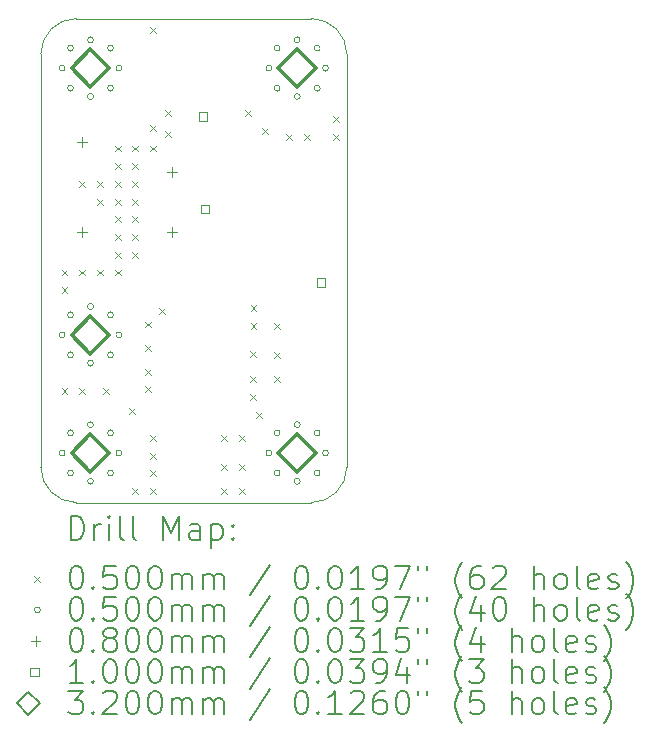
<source format=gbr>
%TF.GenerationSoftware,KiCad,Pcbnew,6.0.10*%
%TF.CreationDate,2023-01-08T03:38:05+01:00*%
%TF.ProjectId,ideal_diode,69646561-6c5f-4646-996f-64652e6b6963,rev?*%
%TF.SameCoordinates,Original*%
%TF.FileFunction,Drillmap*%
%TF.FilePolarity,Positive*%
%FSLAX45Y45*%
G04 Gerber Fmt 4.5, Leading zero omitted, Abs format (unit mm)*
G04 Created by KiCad (PCBNEW 6.0.10) date 2023-01-08 03:38:05*
%MOMM*%
%LPD*%
G01*
G04 APERTURE LIST*
%ADD10C,0.100000*%
%ADD11C,0.200000*%
%ADD12C,0.050000*%
%ADD13C,0.080000*%
%ADD14C,0.320000*%
G04 APERTURE END LIST*
D10*
X3790000Y-4997968D02*
X3790000Y-1500000D01*
X3790000Y-1500000D02*
G75*
G03*
X3490000Y-1200000I-299999J1D01*
G01*
X3490000Y-5297968D02*
G75*
G03*
X3790000Y-4997968I0J300000D01*
G01*
X1200000Y-4997968D02*
G75*
G03*
X1500000Y-5297968I299999J-1D01*
G01*
X1200000Y-1500000D02*
X1200000Y-4997968D01*
X1500000Y-1200000D02*
G75*
G03*
X1200000Y-1500000I0J-300000D01*
G01*
X3490000Y-1200000D02*
X1500000Y-1200000D01*
X1500000Y-5297968D02*
X3490000Y-5297968D01*
D11*
D12*
X1375000Y-3325000D02*
X1425000Y-3375000D01*
X1425000Y-3325000D02*
X1375000Y-3375000D01*
X1375000Y-3475000D02*
X1425000Y-3525000D01*
X1425000Y-3475000D02*
X1375000Y-3525000D01*
X1375000Y-4325000D02*
X1425000Y-4375000D01*
X1425000Y-4325000D02*
X1375000Y-4375000D01*
X1525000Y-2575000D02*
X1575000Y-2625000D01*
X1575000Y-2575000D02*
X1525000Y-2625000D01*
X1525000Y-3325000D02*
X1575000Y-3375000D01*
X1575000Y-3325000D02*
X1525000Y-3375000D01*
X1525000Y-4325000D02*
X1575000Y-4375000D01*
X1575000Y-4325000D02*
X1525000Y-4375000D01*
X1675000Y-2575000D02*
X1725000Y-2625000D01*
X1725000Y-2575000D02*
X1675000Y-2625000D01*
X1675000Y-2725000D02*
X1725000Y-2775000D01*
X1725000Y-2725000D02*
X1675000Y-2775000D01*
X1675000Y-3325000D02*
X1725000Y-3375000D01*
X1725000Y-3325000D02*
X1675000Y-3375000D01*
X1725000Y-4325000D02*
X1775000Y-4375000D01*
X1775000Y-4325000D02*
X1725000Y-4375000D01*
X1825000Y-2275000D02*
X1875000Y-2325000D01*
X1875000Y-2275000D02*
X1825000Y-2325000D01*
X1825000Y-2425000D02*
X1875000Y-2475000D01*
X1875000Y-2425000D02*
X1825000Y-2475000D01*
X1825000Y-2575000D02*
X1875000Y-2625000D01*
X1875000Y-2575000D02*
X1825000Y-2625000D01*
X1825000Y-2725000D02*
X1875000Y-2775000D01*
X1875000Y-2725000D02*
X1825000Y-2775000D01*
X1825000Y-2875000D02*
X1875000Y-2925000D01*
X1875000Y-2875000D02*
X1825000Y-2925000D01*
X1825000Y-3025000D02*
X1875000Y-3075000D01*
X1875000Y-3025000D02*
X1825000Y-3075000D01*
X1825000Y-3175000D02*
X1875000Y-3225000D01*
X1875000Y-3175000D02*
X1825000Y-3225000D01*
X1825000Y-3325000D02*
X1875000Y-3375000D01*
X1875000Y-3325000D02*
X1825000Y-3375000D01*
X1948977Y-4498977D02*
X1998977Y-4548977D01*
X1998977Y-4498977D02*
X1948977Y-4548977D01*
X1975000Y-2275000D02*
X2025000Y-2325000D01*
X2025000Y-2275000D02*
X1975000Y-2325000D01*
X1975000Y-2425000D02*
X2025000Y-2475000D01*
X2025000Y-2425000D02*
X1975000Y-2475000D01*
X1975000Y-2575000D02*
X2025000Y-2625000D01*
X2025000Y-2575000D02*
X1975000Y-2625000D01*
X1975000Y-2725000D02*
X2025000Y-2775000D01*
X2025000Y-2725000D02*
X1975000Y-2775000D01*
X1975000Y-2875000D02*
X2025000Y-2925000D01*
X2025000Y-2875000D02*
X1975000Y-2925000D01*
X1975000Y-3025000D02*
X2025000Y-3075000D01*
X2025000Y-3025000D02*
X1975000Y-3075000D01*
X1975000Y-3175000D02*
X2025000Y-3225000D01*
X2025000Y-3175000D02*
X1975000Y-3225000D01*
X1975000Y-5175000D02*
X2025000Y-5225000D01*
X2025000Y-5175000D02*
X1975000Y-5225000D01*
X2084977Y-3765023D02*
X2134977Y-3815023D01*
X2134977Y-3765023D02*
X2084977Y-3815023D01*
X2084977Y-3965023D02*
X2134977Y-4015023D01*
X2134977Y-3965023D02*
X2084977Y-4015023D01*
X2084977Y-4165023D02*
X2134977Y-4215023D01*
X2134977Y-4165023D02*
X2084977Y-4215023D01*
X2084977Y-4315023D02*
X2134977Y-4365023D01*
X2134977Y-4315023D02*
X2084977Y-4365023D01*
X2125000Y-1275000D02*
X2175000Y-1325000D01*
X2175000Y-1275000D02*
X2125000Y-1325000D01*
X2125000Y-2100000D02*
X2175000Y-2150000D01*
X2175000Y-2100000D02*
X2125000Y-2150000D01*
X2125000Y-2275000D02*
X2175000Y-2325000D01*
X2175000Y-2275000D02*
X2125000Y-2325000D01*
X2125000Y-4725000D02*
X2175000Y-4775000D01*
X2175000Y-4725000D02*
X2125000Y-4775000D01*
X2125000Y-4875000D02*
X2175000Y-4925000D01*
X2175000Y-4875000D02*
X2125000Y-4925000D01*
X2125000Y-5025000D02*
X2175000Y-5075000D01*
X2175000Y-5025000D02*
X2125000Y-5075000D01*
X2125000Y-5175000D02*
X2175000Y-5225000D01*
X2175000Y-5175000D02*
X2125000Y-5225000D01*
X2199792Y-3649792D02*
X2249792Y-3699792D01*
X2249792Y-3649792D02*
X2199792Y-3699792D01*
X2250000Y-1975000D02*
X2300000Y-2025000D01*
X2300000Y-1975000D02*
X2250000Y-2025000D01*
X2250000Y-2150000D02*
X2300000Y-2200000D01*
X2300000Y-2150000D02*
X2250000Y-2200000D01*
X2725000Y-4725000D02*
X2775000Y-4775000D01*
X2775000Y-4725000D02*
X2725000Y-4775000D01*
X2725000Y-4975000D02*
X2775000Y-5025000D01*
X2775000Y-4975000D02*
X2725000Y-5025000D01*
X2725000Y-5175000D02*
X2775000Y-5225000D01*
X2775000Y-5175000D02*
X2725000Y-5225000D01*
X2875000Y-4725000D02*
X2925000Y-4775000D01*
X2925000Y-4725000D02*
X2875000Y-4775000D01*
X2875000Y-4975000D02*
X2925000Y-5025000D01*
X2925000Y-4975000D02*
X2875000Y-5025000D01*
X2875000Y-5175000D02*
X2925000Y-5225000D01*
X2925000Y-5175000D02*
X2875000Y-5225000D01*
X2925000Y-1975000D02*
X2975000Y-2025000D01*
X2975000Y-1975000D02*
X2925000Y-2025000D01*
X2973727Y-4015477D02*
X3023727Y-4065477D01*
X3023727Y-4015477D02*
X2973727Y-4065477D01*
X2973727Y-4226273D02*
X3023727Y-4276273D01*
X3023727Y-4226273D02*
X2973727Y-4276273D01*
X2973727Y-4376273D02*
X3023727Y-4426273D01*
X3023727Y-4376273D02*
X2973727Y-4426273D01*
X2975000Y-3625000D02*
X3025000Y-3675000D01*
X3025000Y-3625000D02*
X2975000Y-3675000D01*
X2975000Y-3775000D02*
X3025000Y-3825000D01*
X3025000Y-3775000D02*
X2975000Y-3825000D01*
X3021000Y-4529000D02*
X3071000Y-4579000D01*
X3071000Y-4529000D02*
X3021000Y-4579000D01*
X3075000Y-2125000D02*
X3125000Y-2175000D01*
X3125000Y-2125000D02*
X3075000Y-2175000D01*
X3175000Y-3775000D02*
X3225000Y-3825000D01*
X3225000Y-3775000D02*
X3175000Y-3825000D01*
X3175000Y-4025000D02*
X3225000Y-4075000D01*
X3225000Y-4025000D02*
X3175000Y-4075000D01*
X3175000Y-4225000D02*
X3225000Y-4275000D01*
X3225000Y-4225000D02*
X3175000Y-4275000D01*
X3275000Y-2175000D02*
X3325000Y-2225000D01*
X3325000Y-2175000D02*
X3275000Y-2225000D01*
X3425000Y-2175000D02*
X3475000Y-2225000D01*
X3475000Y-2175000D02*
X3425000Y-2225000D01*
X3675000Y-2025000D02*
X3725000Y-2075000D01*
X3725000Y-2025000D02*
X3675000Y-2075000D01*
X3675000Y-2175000D02*
X3725000Y-2225000D01*
X3725000Y-2175000D02*
X3675000Y-2225000D01*
X1404977Y-1619977D02*
G75*
G03*
X1404977Y-1619977I-25000J0D01*
G01*
X1404977Y-3877977D02*
G75*
G03*
X1404977Y-3877977I-25000J0D01*
G01*
X1404977Y-4877977D02*
G75*
G03*
X1404977Y-4877977I-25000J0D01*
G01*
X1475271Y-1450271D02*
G75*
G03*
X1475271Y-1450271I-25000J0D01*
G01*
X1475271Y-1789683D02*
G75*
G03*
X1475271Y-1789683I-25000J0D01*
G01*
X1475271Y-3708271D02*
G75*
G03*
X1475271Y-3708271I-25000J0D01*
G01*
X1475271Y-4047683D02*
G75*
G03*
X1475271Y-4047683I-25000J0D01*
G01*
X1475271Y-4708271D02*
G75*
G03*
X1475271Y-4708271I-25000J0D01*
G01*
X1475271Y-5047683D02*
G75*
G03*
X1475271Y-5047683I-25000J0D01*
G01*
X1644977Y-1379977D02*
G75*
G03*
X1644977Y-1379977I-25000J0D01*
G01*
X1644977Y-1859977D02*
G75*
G03*
X1644977Y-1859977I-25000J0D01*
G01*
X1644977Y-3637977D02*
G75*
G03*
X1644977Y-3637977I-25000J0D01*
G01*
X1644977Y-4117977D02*
G75*
G03*
X1644977Y-4117977I-25000J0D01*
G01*
X1644977Y-4637977D02*
G75*
G03*
X1644977Y-4637977I-25000J0D01*
G01*
X1644977Y-5117977D02*
G75*
G03*
X1644977Y-5117977I-25000J0D01*
G01*
X1814683Y-1450271D02*
G75*
G03*
X1814683Y-1450271I-25000J0D01*
G01*
X1814683Y-1789683D02*
G75*
G03*
X1814683Y-1789683I-25000J0D01*
G01*
X1814683Y-3708271D02*
G75*
G03*
X1814683Y-3708271I-25000J0D01*
G01*
X1814683Y-4047683D02*
G75*
G03*
X1814683Y-4047683I-25000J0D01*
G01*
X1814683Y-4708271D02*
G75*
G03*
X1814683Y-4708271I-25000J0D01*
G01*
X1814683Y-5047683D02*
G75*
G03*
X1814683Y-5047683I-25000J0D01*
G01*
X1884977Y-1619977D02*
G75*
G03*
X1884977Y-1619977I-25000J0D01*
G01*
X1884977Y-3877977D02*
G75*
G03*
X1884977Y-3877977I-25000J0D01*
G01*
X1884977Y-4877977D02*
G75*
G03*
X1884977Y-4877977I-25000J0D01*
G01*
X3154977Y-1619977D02*
G75*
G03*
X3154977Y-1619977I-25000J0D01*
G01*
X3154977Y-4877977D02*
G75*
G03*
X3154977Y-4877977I-25000J0D01*
G01*
X3225271Y-1450271D02*
G75*
G03*
X3225271Y-1450271I-25000J0D01*
G01*
X3225271Y-1789683D02*
G75*
G03*
X3225271Y-1789683I-25000J0D01*
G01*
X3225271Y-4708271D02*
G75*
G03*
X3225271Y-4708271I-25000J0D01*
G01*
X3225271Y-5047683D02*
G75*
G03*
X3225271Y-5047683I-25000J0D01*
G01*
X3394977Y-1379977D02*
G75*
G03*
X3394977Y-1379977I-25000J0D01*
G01*
X3394977Y-1859977D02*
G75*
G03*
X3394977Y-1859977I-25000J0D01*
G01*
X3394977Y-4637977D02*
G75*
G03*
X3394977Y-4637977I-25000J0D01*
G01*
X3394977Y-5117977D02*
G75*
G03*
X3394977Y-5117977I-25000J0D01*
G01*
X3564683Y-1450271D02*
G75*
G03*
X3564683Y-1450271I-25000J0D01*
G01*
X3564683Y-1789683D02*
G75*
G03*
X3564683Y-1789683I-25000J0D01*
G01*
X3564683Y-4708271D02*
G75*
G03*
X3564683Y-4708271I-25000J0D01*
G01*
X3564683Y-5047683D02*
G75*
G03*
X3564683Y-5047683I-25000J0D01*
G01*
X3634977Y-1619977D02*
G75*
G03*
X3634977Y-1619977I-25000J0D01*
G01*
X3634977Y-4877977D02*
G75*
G03*
X3634977Y-4877977I-25000J0D01*
G01*
D13*
X1547977Y-2203977D02*
X1547977Y-2283977D01*
X1507977Y-2243977D02*
X1587977Y-2243977D01*
X1547977Y-2965977D02*
X1547977Y-3045977D01*
X1507977Y-3005977D02*
X1587977Y-3005977D01*
X2309977Y-2457977D02*
X2309977Y-2537977D01*
X2269977Y-2497977D02*
X2349977Y-2497977D01*
X2309977Y-2965977D02*
X2309977Y-3045977D01*
X2269977Y-3005977D02*
X2349977Y-3005977D01*
D10*
X2605356Y-2065356D02*
X2605356Y-1994644D01*
X2534644Y-1994644D01*
X2534644Y-2065356D01*
X2605356Y-2065356D01*
X2625333Y-2845356D02*
X2625333Y-2774644D01*
X2554621Y-2774644D01*
X2554621Y-2845356D01*
X2625333Y-2845356D01*
X3605333Y-3470833D02*
X3605333Y-3400121D01*
X3534621Y-3400121D01*
X3534621Y-3470833D01*
X3605333Y-3470833D01*
D14*
X1619977Y-1779977D02*
X1779977Y-1619977D01*
X1619977Y-1459977D01*
X1459977Y-1619977D01*
X1619977Y-1779977D01*
X1619977Y-4037977D02*
X1779977Y-3877977D01*
X1619977Y-3717977D01*
X1459977Y-3877977D01*
X1619977Y-4037977D01*
X1619977Y-5037977D02*
X1779977Y-4877977D01*
X1619977Y-4717977D01*
X1459977Y-4877977D01*
X1619977Y-5037977D01*
X3369977Y-1779977D02*
X3529977Y-1619977D01*
X3369977Y-1459977D01*
X3209977Y-1619977D01*
X3369977Y-1779977D01*
X3369977Y-5037977D02*
X3529977Y-4877977D01*
X3369977Y-4717977D01*
X3209977Y-4877977D01*
X3369977Y-5037977D01*
D11*
X1452619Y-5613444D02*
X1452619Y-5413444D01*
X1500238Y-5413444D01*
X1528809Y-5422968D01*
X1547857Y-5442016D01*
X1557381Y-5461063D01*
X1566905Y-5499158D01*
X1566905Y-5527730D01*
X1557381Y-5565825D01*
X1547857Y-5584873D01*
X1528809Y-5603920D01*
X1500238Y-5613444D01*
X1452619Y-5613444D01*
X1652619Y-5613444D02*
X1652619Y-5480111D01*
X1652619Y-5518206D02*
X1662143Y-5499158D01*
X1671667Y-5489635D01*
X1690714Y-5480111D01*
X1709762Y-5480111D01*
X1776428Y-5613444D02*
X1776428Y-5480111D01*
X1776428Y-5413444D02*
X1766905Y-5422968D01*
X1776428Y-5432492D01*
X1785952Y-5422968D01*
X1776428Y-5413444D01*
X1776428Y-5432492D01*
X1900238Y-5613444D02*
X1881190Y-5603920D01*
X1871667Y-5584873D01*
X1871667Y-5413444D01*
X2005000Y-5613444D02*
X1985952Y-5603920D01*
X1976428Y-5584873D01*
X1976428Y-5413444D01*
X2233571Y-5613444D02*
X2233571Y-5413444D01*
X2300238Y-5556301D01*
X2366905Y-5413444D01*
X2366905Y-5613444D01*
X2547857Y-5613444D02*
X2547857Y-5508682D01*
X2538333Y-5489635D01*
X2519286Y-5480111D01*
X2481190Y-5480111D01*
X2462143Y-5489635D01*
X2547857Y-5603920D02*
X2528810Y-5613444D01*
X2481190Y-5613444D01*
X2462143Y-5603920D01*
X2452619Y-5584873D01*
X2452619Y-5565825D01*
X2462143Y-5546778D01*
X2481190Y-5537254D01*
X2528810Y-5537254D01*
X2547857Y-5527730D01*
X2643095Y-5480111D02*
X2643095Y-5680111D01*
X2643095Y-5489635D02*
X2662143Y-5480111D01*
X2700238Y-5480111D01*
X2719286Y-5489635D01*
X2728810Y-5499158D01*
X2738333Y-5518206D01*
X2738333Y-5575349D01*
X2728810Y-5594396D01*
X2719286Y-5603920D01*
X2700238Y-5613444D01*
X2662143Y-5613444D01*
X2643095Y-5603920D01*
X2824048Y-5594396D02*
X2833571Y-5603920D01*
X2824048Y-5613444D01*
X2814524Y-5603920D01*
X2824048Y-5594396D01*
X2824048Y-5613444D01*
X2824048Y-5489635D02*
X2833571Y-5499158D01*
X2824048Y-5508682D01*
X2814524Y-5499158D01*
X2824048Y-5489635D01*
X2824048Y-5508682D01*
D12*
X1145000Y-5917968D02*
X1195000Y-5967968D01*
X1195000Y-5917968D02*
X1145000Y-5967968D01*
D11*
X1490714Y-5833444D02*
X1509762Y-5833444D01*
X1528809Y-5842968D01*
X1538333Y-5852492D01*
X1547857Y-5871539D01*
X1557381Y-5909635D01*
X1557381Y-5957254D01*
X1547857Y-5995349D01*
X1538333Y-6014396D01*
X1528809Y-6023920D01*
X1509762Y-6033444D01*
X1490714Y-6033444D01*
X1471667Y-6023920D01*
X1462143Y-6014396D01*
X1452619Y-5995349D01*
X1443095Y-5957254D01*
X1443095Y-5909635D01*
X1452619Y-5871539D01*
X1462143Y-5852492D01*
X1471667Y-5842968D01*
X1490714Y-5833444D01*
X1643095Y-6014396D02*
X1652619Y-6023920D01*
X1643095Y-6033444D01*
X1633571Y-6023920D01*
X1643095Y-6014396D01*
X1643095Y-6033444D01*
X1833571Y-5833444D02*
X1738333Y-5833444D01*
X1728809Y-5928682D01*
X1738333Y-5919158D01*
X1757381Y-5909635D01*
X1805000Y-5909635D01*
X1824048Y-5919158D01*
X1833571Y-5928682D01*
X1843095Y-5947730D01*
X1843095Y-5995349D01*
X1833571Y-6014396D01*
X1824048Y-6023920D01*
X1805000Y-6033444D01*
X1757381Y-6033444D01*
X1738333Y-6023920D01*
X1728809Y-6014396D01*
X1966905Y-5833444D02*
X1985952Y-5833444D01*
X2005000Y-5842968D01*
X2014524Y-5852492D01*
X2024048Y-5871539D01*
X2033571Y-5909635D01*
X2033571Y-5957254D01*
X2024048Y-5995349D01*
X2014524Y-6014396D01*
X2005000Y-6023920D01*
X1985952Y-6033444D01*
X1966905Y-6033444D01*
X1947857Y-6023920D01*
X1938333Y-6014396D01*
X1928809Y-5995349D01*
X1919286Y-5957254D01*
X1919286Y-5909635D01*
X1928809Y-5871539D01*
X1938333Y-5852492D01*
X1947857Y-5842968D01*
X1966905Y-5833444D01*
X2157381Y-5833444D02*
X2176429Y-5833444D01*
X2195476Y-5842968D01*
X2205000Y-5852492D01*
X2214524Y-5871539D01*
X2224048Y-5909635D01*
X2224048Y-5957254D01*
X2214524Y-5995349D01*
X2205000Y-6014396D01*
X2195476Y-6023920D01*
X2176429Y-6033444D01*
X2157381Y-6033444D01*
X2138333Y-6023920D01*
X2128810Y-6014396D01*
X2119286Y-5995349D01*
X2109762Y-5957254D01*
X2109762Y-5909635D01*
X2119286Y-5871539D01*
X2128810Y-5852492D01*
X2138333Y-5842968D01*
X2157381Y-5833444D01*
X2309762Y-6033444D02*
X2309762Y-5900111D01*
X2309762Y-5919158D02*
X2319286Y-5909635D01*
X2338333Y-5900111D01*
X2366905Y-5900111D01*
X2385952Y-5909635D01*
X2395476Y-5928682D01*
X2395476Y-6033444D01*
X2395476Y-5928682D02*
X2405000Y-5909635D01*
X2424048Y-5900111D01*
X2452619Y-5900111D01*
X2471667Y-5909635D01*
X2481190Y-5928682D01*
X2481190Y-6033444D01*
X2576429Y-6033444D02*
X2576429Y-5900111D01*
X2576429Y-5919158D02*
X2585952Y-5909635D01*
X2605000Y-5900111D01*
X2633571Y-5900111D01*
X2652619Y-5909635D01*
X2662143Y-5928682D01*
X2662143Y-6033444D01*
X2662143Y-5928682D02*
X2671667Y-5909635D01*
X2690714Y-5900111D01*
X2719286Y-5900111D01*
X2738333Y-5909635D01*
X2747857Y-5928682D01*
X2747857Y-6033444D01*
X3138333Y-5823920D02*
X2966905Y-6081063D01*
X3395476Y-5833444D02*
X3414524Y-5833444D01*
X3433571Y-5842968D01*
X3443095Y-5852492D01*
X3452619Y-5871539D01*
X3462143Y-5909635D01*
X3462143Y-5957254D01*
X3452619Y-5995349D01*
X3443095Y-6014396D01*
X3433571Y-6023920D01*
X3414524Y-6033444D01*
X3395476Y-6033444D01*
X3376428Y-6023920D01*
X3366905Y-6014396D01*
X3357381Y-5995349D01*
X3347857Y-5957254D01*
X3347857Y-5909635D01*
X3357381Y-5871539D01*
X3366905Y-5852492D01*
X3376428Y-5842968D01*
X3395476Y-5833444D01*
X3547857Y-6014396D02*
X3557381Y-6023920D01*
X3547857Y-6033444D01*
X3538333Y-6023920D01*
X3547857Y-6014396D01*
X3547857Y-6033444D01*
X3681190Y-5833444D02*
X3700238Y-5833444D01*
X3719286Y-5842968D01*
X3728809Y-5852492D01*
X3738333Y-5871539D01*
X3747857Y-5909635D01*
X3747857Y-5957254D01*
X3738333Y-5995349D01*
X3728809Y-6014396D01*
X3719286Y-6023920D01*
X3700238Y-6033444D01*
X3681190Y-6033444D01*
X3662143Y-6023920D01*
X3652619Y-6014396D01*
X3643095Y-5995349D01*
X3633571Y-5957254D01*
X3633571Y-5909635D01*
X3643095Y-5871539D01*
X3652619Y-5852492D01*
X3662143Y-5842968D01*
X3681190Y-5833444D01*
X3938333Y-6033444D02*
X3824048Y-6033444D01*
X3881190Y-6033444D02*
X3881190Y-5833444D01*
X3862143Y-5862016D01*
X3843095Y-5881063D01*
X3824048Y-5890587D01*
X4033571Y-6033444D02*
X4071667Y-6033444D01*
X4090714Y-6023920D01*
X4100238Y-6014396D01*
X4119286Y-5985825D01*
X4128809Y-5947730D01*
X4128809Y-5871539D01*
X4119286Y-5852492D01*
X4109762Y-5842968D01*
X4090714Y-5833444D01*
X4052619Y-5833444D01*
X4033571Y-5842968D01*
X4024048Y-5852492D01*
X4014524Y-5871539D01*
X4014524Y-5919158D01*
X4024048Y-5938206D01*
X4033571Y-5947730D01*
X4052619Y-5957254D01*
X4090714Y-5957254D01*
X4109762Y-5947730D01*
X4119286Y-5938206D01*
X4128809Y-5919158D01*
X4195476Y-5833444D02*
X4328810Y-5833444D01*
X4243095Y-6033444D01*
X4395476Y-5833444D02*
X4395476Y-5871539D01*
X4471667Y-5833444D02*
X4471667Y-5871539D01*
X4766905Y-6109635D02*
X4757381Y-6100111D01*
X4738333Y-6071539D01*
X4728810Y-6052492D01*
X4719286Y-6023920D01*
X4709762Y-5976301D01*
X4709762Y-5938206D01*
X4719286Y-5890587D01*
X4728810Y-5862016D01*
X4738333Y-5842968D01*
X4757381Y-5814396D01*
X4766905Y-5804873D01*
X4928810Y-5833444D02*
X4890714Y-5833444D01*
X4871667Y-5842968D01*
X4862143Y-5852492D01*
X4843095Y-5881063D01*
X4833571Y-5919158D01*
X4833571Y-5995349D01*
X4843095Y-6014396D01*
X4852619Y-6023920D01*
X4871667Y-6033444D01*
X4909762Y-6033444D01*
X4928810Y-6023920D01*
X4938333Y-6014396D01*
X4947857Y-5995349D01*
X4947857Y-5947730D01*
X4938333Y-5928682D01*
X4928810Y-5919158D01*
X4909762Y-5909635D01*
X4871667Y-5909635D01*
X4852619Y-5919158D01*
X4843095Y-5928682D01*
X4833571Y-5947730D01*
X5024048Y-5852492D02*
X5033571Y-5842968D01*
X5052619Y-5833444D01*
X5100238Y-5833444D01*
X5119286Y-5842968D01*
X5128810Y-5852492D01*
X5138333Y-5871539D01*
X5138333Y-5890587D01*
X5128810Y-5919158D01*
X5014524Y-6033444D01*
X5138333Y-6033444D01*
X5376429Y-6033444D02*
X5376429Y-5833444D01*
X5462143Y-6033444D02*
X5462143Y-5928682D01*
X5452619Y-5909635D01*
X5433571Y-5900111D01*
X5405000Y-5900111D01*
X5385952Y-5909635D01*
X5376429Y-5919158D01*
X5585952Y-6033444D02*
X5566905Y-6023920D01*
X5557381Y-6014396D01*
X5547857Y-5995349D01*
X5547857Y-5938206D01*
X5557381Y-5919158D01*
X5566905Y-5909635D01*
X5585952Y-5900111D01*
X5614524Y-5900111D01*
X5633571Y-5909635D01*
X5643095Y-5919158D01*
X5652619Y-5938206D01*
X5652619Y-5995349D01*
X5643095Y-6014396D01*
X5633571Y-6023920D01*
X5614524Y-6033444D01*
X5585952Y-6033444D01*
X5766905Y-6033444D02*
X5747857Y-6023920D01*
X5738333Y-6004873D01*
X5738333Y-5833444D01*
X5919286Y-6023920D02*
X5900238Y-6033444D01*
X5862143Y-6033444D01*
X5843095Y-6023920D01*
X5833571Y-6004873D01*
X5833571Y-5928682D01*
X5843095Y-5909635D01*
X5862143Y-5900111D01*
X5900238Y-5900111D01*
X5919286Y-5909635D01*
X5928809Y-5928682D01*
X5928809Y-5947730D01*
X5833571Y-5966777D01*
X6005000Y-6023920D02*
X6024048Y-6033444D01*
X6062143Y-6033444D01*
X6081190Y-6023920D01*
X6090714Y-6004873D01*
X6090714Y-5995349D01*
X6081190Y-5976301D01*
X6062143Y-5966777D01*
X6033571Y-5966777D01*
X6014524Y-5957254D01*
X6005000Y-5938206D01*
X6005000Y-5928682D01*
X6014524Y-5909635D01*
X6033571Y-5900111D01*
X6062143Y-5900111D01*
X6081190Y-5909635D01*
X6157381Y-6109635D02*
X6166905Y-6100111D01*
X6185952Y-6071539D01*
X6195476Y-6052492D01*
X6205000Y-6023920D01*
X6214524Y-5976301D01*
X6214524Y-5938206D01*
X6205000Y-5890587D01*
X6195476Y-5862016D01*
X6185952Y-5842968D01*
X6166905Y-5814396D01*
X6157381Y-5804873D01*
D12*
X1195000Y-6206968D02*
G75*
G03*
X1195000Y-6206968I-25000J0D01*
G01*
D11*
X1490714Y-6097444D02*
X1509762Y-6097444D01*
X1528809Y-6106968D01*
X1538333Y-6116492D01*
X1547857Y-6135539D01*
X1557381Y-6173635D01*
X1557381Y-6221254D01*
X1547857Y-6259349D01*
X1538333Y-6278396D01*
X1528809Y-6287920D01*
X1509762Y-6297444D01*
X1490714Y-6297444D01*
X1471667Y-6287920D01*
X1462143Y-6278396D01*
X1452619Y-6259349D01*
X1443095Y-6221254D01*
X1443095Y-6173635D01*
X1452619Y-6135539D01*
X1462143Y-6116492D01*
X1471667Y-6106968D01*
X1490714Y-6097444D01*
X1643095Y-6278396D02*
X1652619Y-6287920D01*
X1643095Y-6297444D01*
X1633571Y-6287920D01*
X1643095Y-6278396D01*
X1643095Y-6297444D01*
X1833571Y-6097444D02*
X1738333Y-6097444D01*
X1728809Y-6192682D01*
X1738333Y-6183158D01*
X1757381Y-6173635D01*
X1805000Y-6173635D01*
X1824048Y-6183158D01*
X1833571Y-6192682D01*
X1843095Y-6211730D01*
X1843095Y-6259349D01*
X1833571Y-6278396D01*
X1824048Y-6287920D01*
X1805000Y-6297444D01*
X1757381Y-6297444D01*
X1738333Y-6287920D01*
X1728809Y-6278396D01*
X1966905Y-6097444D02*
X1985952Y-6097444D01*
X2005000Y-6106968D01*
X2014524Y-6116492D01*
X2024048Y-6135539D01*
X2033571Y-6173635D01*
X2033571Y-6221254D01*
X2024048Y-6259349D01*
X2014524Y-6278396D01*
X2005000Y-6287920D01*
X1985952Y-6297444D01*
X1966905Y-6297444D01*
X1947857Y-6287920D01*
X1938333Y-6278396D01*
X1928809Y-6259349D01*
X1919286Y-6221254D01*
X1919286Y-6173635D01*
X1928809Y-6135539D01*
X1938333Y-6116492D01*
X1947857Y-6106968D01*
X1966905Y-6097444D01*
X2157381Y-6097444D02*
X2176429Y-6097444D01*
X2195476Y-6106968D01*
X2205000Y-6116492D01*
X2214524Y-6135539D01*
X2224048Y-6173635D01*
X2224048Y-6221254D01*
X2214524Y-6259349D01*
X2205000Y-6278396D01*
X2195476Y-6287920D01*
X2176429Y-6297444D01*
X2157381Y-6297444D01*
X2138333Y-6287920D01*
X2128810Y-6278396D01*
X2119286Y-6259349D01*
X2109762Y-6221254D01*
X2109762Y-6173635D01*
X2119286Y-6135539D01*
X2128810Y-6116492D01*
X2138333Y-6106968D01*
X2157381Y-6097444D01*
X2309762Y-6297444D02*
X2309762Y-6164111D01*
X2309762Y-6183158D02*
X2319286Y-6173635D01*
X2338333Y-6164111D01*
X2366905Y-6164111D01*
X2385952Y-6173635D01*
X2395476Y-6192682D01*
X2395476Y-6297444D01*
X2395476Y-6192682D02*
X2405000Y-6173635D01*
X2424048Y-6164111D01*
X2452619Y-6164111D01*
X2471667Y-6173635D01*
X2481190Y-6192682D01*
X2481190Y-6297444D01*
X2576429Y-6297444D02*
X2576429Y-6164111D01*
X2576429Y-6183158D02*
X2585952Y-6173635D01*
X2605000Y-6164111D01*
X2633571Y-6164111D01*
X2652619Y-6173635D01*
X2662143Y-6192682D01*
X2662143Y-6297444D01*
X2662143Y-6192682D02*
X2671667Y-6173635D01*
X2690714Y-6164111D01*
X2719286Y-6164111D01*
X2738333Y-6173635D01*
X2747857Y-6192682D01*
X2747857Y-6297444D01*
X3138333Y-6087920D02*
X2966905Y-6345063D01*
X3395476Y-6097444D02*
X3414524Y-6097444D01*
X3433571Y-6106968D01*
X3443095Y-6116492D01*
X3452619Y-6135539D01*
X3462143Y-6173635D01*
X3462143Y-6221254D01*
X3452619Y-6259349D01*
X3443095Y-6278396D01*
X3433571Y-6287920D01*
X3414524Y-6297444D01*
X3395476Y-6297444D01*
X3376428Y-6287920D01*
X3366905Y-6278396D01*
X3357381Y-6259349D01*
X3347857Y-6221254D01*
X3347857Y-6173635D01*
X3357381Y-6135539D01*
X3366905Y-6116492D01*
X3376428Y-6106968D01*
X3395476Y-6097444D01*
X3547857Y-6278396D02*
X3557381Y-6287920D01*
X3547857Y-6297444D01*
X3538333Y-6287920D01*
X3547857Y-6278396D01*
X3547857Y-6297444D01*
X3681190Y-6097444D02*
X3700238Y-6097444D01*
X3719286Y-6106968D01*
X3728809Y-6116492D01*
X3738333Y-6135539D01*
X3747857Y-6173635D01*
X3747857Y-6221254D01*
X3738333Y-6259349D01*
X3728809Y-6278396D01*
X3719286Y-6287920D01*
X3700238Y-6297444D01*
X3681190Y-6297444D01*
X3662143Y-6287920D01*
X3652619Y-6278396D01*
X3643095Y-6259349D01*
X3633571Y-6221254D01*
X3633571Y-6173635D01*
X3643095Y-6135539D01*
X3652619Y-6116492D01*
X3662143Y-6106968D01*
X3681190Y-6097444D01*
X3938333Y-6297444D02*
X3824048Y-6297444D01*
X3881190Y-6297444D02*
X3881190Y-6097444D01*
X3862143Y-6126016D01*
X3843095Y-6145063D01*
X3824048Y-6154587D01*
X4033571Y-6297444D02*
X4071667Y-6297444D01*
X4090714Y-6287920D01*
X4100238Y-6278396D01*
X4119286Y-6249825D01*
X4128809Y-6211730D01*
X4128809Y-6135539D01*
X4119286Y-6116492D01*
X4109762Y-6106968D01*
X4090714Y-6097444D01*
X4052619Y-6097444D01*
X4033571Y-6106968D01*
X4024048Y-6116492D01*
X4014524Y-6135539D01*
X4014524Y-6183158D01*
X4024048Y-6202206D01*
X4033571Y-6211730D01*
X4052619Y-6221254D01*
X4090714Y-6221254D01*
X4109762Y-6211730D01*
X4119286Y-6202206D01*
X4128809Y-6183158D01*
X4195476Y-6097444D02*
X4328810Y-6097444D01*
X4243095Y-6297444D01*
X4395476Y-6097444D02*
X4395476Y-6135539D01*
X4471667Y-6097444D02*
X4471667Y-6135539D01*
X4766905Y-6373635D02*
X4757381Y-6364111D01*
X4738333Y-6335539D01*
X4728810Y-6316492D01*
X4719286Y-6287920D01*
X4709762Y-6240301D01*
X4709762Y-6202206D01*
X4719286Y-6154587D01*
X4728810Y-6126016D01*
X4738333Y-6106968D01*
X4757381Y-6078396D01*
X4766905Y-6068873D01*
X4928810Y-6164111D02*
X4928810Y-6297444D01*
X4881190Y-6087920D02*
X4833571Y-6230777D01*
X4957381Y-6230777D01*
X5071667Y-6097444D02*
X5090714Y-6097444D01*
X5109762Y-6106968D01*
X5119286Y-6116492D01*
X5128810Y-6135539D01*
X5138333Y-6173635D01*
X5138333Y-6221254D01*
X5128810Y-6259349D01*
X5119286Y-6278396D01*
X5109762Y-6287920D01*
X5090714Y-6297444D01*
X5071667Y-6297444D01*
X5052619Y-6287920D01*
X5043095Y-6278396D01*
X5033571Y-6259349D01*
X5024048Y-6221254D01*
X5024048Y-6173635D01*
X5033571Y-6135539D01*
X5043095Y-6116492D01*
X5052619Y-6106968D01*
X5071667Y-6097444D01*
X5376429Y-6297444D02*
X5376429Y-6097444D01*
X5462143Y-6297444D02*
X5462143Y-6192682D01*
X5452619Y-6173635D01*
X5433571Y-6164111D01*
X5405000Y-6164111D01*
X5385952Y-6173635D01*
X5376429Y-6183158D01*
X5585952Y-6297444D02*
X5566905Y-6287920D01*
X5557381Y-6278396D01*
X5547857Y-6259349D01*
X5547857Y-6202206D01*
X5557381Y-6183158D01*
X5566905Y-6173635D01*
X5585952Y-6164111D01*
X5614524Y-6164111D01*
X5633571Y-6173635D01*
X5643095Y-6183158D01*
X5652619Y-6202206D01*
X5652619Y-6259349D01*
X5643095Y-6278396D01*
X5633571Y-6287920D01*
X5614524Y-6297444D01*
X5585952Y-6297444D01*
X5766905Y-6297444D02*
X5747857Y-6287920D01*
X5738333Y-6268873D01*
X5738333Y-6097444D01*
X5919286Y-6287920D02*
X5900238Y-6297444D01*
X5862143Y-6297444D01*
X5843095Y-6287920D01*
X5833571Y-6268873D01*
X5833571Y-6192682D01*
X5843095Y-6173635D01*
X5862143Y-6164111D01*
X5900238Y-6164111D01*
X5919286Y-6173635D01*
X5928809Y-6192682D01*
X5928809Y-6211730D01*
X5833571Y-6230777D01*
X6005000Y-6287920D02*
X6024048Y-6297444D01*
X6062143Y-6297444D01*
X6081190Y-6287920D01*
X6090714Y-6268873D01*
X6090714Y-6259349D01*
X6081190Y-6240301D01*
X6062143Y-6230777D01*
X6033571Y-6230777D01*
X6014524Y-6221254D01*
X6005000Y-6202206D01*
X6005000Y-6192682D01*
X6014524Y-6173635D01*
X6033571Y-6164111D01*
X6062143Y-6164111D01*
X6081190Y-6173635D01*
X6157381Y-6373635D02*
X6166905Y-6364111D01*
X6185952Y-6335539D01*
X6195476Y-6316492D01*
X6205000Y-6287920D01*
X6214524Y-6240301D01*
X6214524Y-6202206D01*
X6205000Y-6154587D01*
X6195476Y-6126016D01*
X6185952Y-6106968D01*
X6166905Y-6078396D01*
X6157381Y-6068873D01*
D13*
X1155000Y-6430968D02*
X1155000Y-6510968D01*
X1115000Y-6470968D02*
X1195000Y-6470968D01*
D11*
X1490714Y-6361444D02*
X1509762Y-6361444D01*
X1528809Y-6370968D01*
X1538333Y-6380492D01*
X1547857Y-6399539D01*
X1557381Y-6437635D01*
X1557381Y-6485254D01*
X1547857Y-6523349D01*
X1538333Y-6542396D01*
X1528809Y-6551920D01*
X1509762Y-6561444D01*
X1490714Y-6561444D01*
X1471667Y-6551920D01*
X1462143Y-6542396D01*
X1452619Y-6523349D01*
X1443095Y-6485254D01*
X1443095Y-6437635D01*
X1452619Y-6399539D01*
X1462143Y-6380492D01*
X1471667Y-6370968D01*
X1490714Y-6361444D01*
X1643095Y-6542396D02*
X1652619Y-6551920D01*
X1643095Y-6561444D01*
X1633571Y-6551920D01*
X1643095Y-6542396D01*
X1643095Y-6561444D01*
X1766905Y-6447158D02*
X1747857Y-6437635D01*
X1738333Y-6428111D01*
X1728809Y-6409063D01*
X1728809Y-6399539D01*
X1738333Y-6380492D01*
X1747857Y-6370968D01*
X1766905Y-6361444D01*
X1805000Y-6361444D01*
X1824048Y-6370968D01*
X1833571Y-6380492D01*
X1843095Y-6399539D01*
X1843095Y-6409063D01*
X1833571Y-6428111D01*
X1824048Y-6437635D01*
X1805000Y-6447158D01*
X1766905Y-6447158D01*
X1747857Y-6456682D01*
X1738333Y-6466206D01*
X1728809Y-6485254D01*
X1728809Y-6523349D01*
X1738333Y-6542396D01*
X1747857Y-6551920D01*
X1766905Y-6561444D01*
X1805000Y-6561444D01*
X1824048Y-6551920D01*
X1833571Y-6542396D01*
X1843095Y-6523349D01*
X1843095Y-6485254D01*
X1833571Y-6466206D01*
X1824048Y-6456682D01*
X1805000Y-6447158D01*
X1966905Y-6361444D02*
X1985952Y-6361444D01*
X2005000Y-6370968D01*
X2014524Y-6380492D01*
X2024048Y-6399539D01*
X2033571Y-6437635D01*
X2033571Y-6485254D01*
X2024048Y-6523349D01*
X2014524Y-6542396D01*
X2005000Y-6551920D01*
X1985952Y-6561444D01*
X1966905Y-6561444D01*
X1947857Y-6551920D01*
X1938333Y-6542396D01*
X1928809Y-6523349D01*
X1919286Y-6485254D01*
X1919286Y-6437635D01*
X1928809Y-6399539D01*
X1938333Y-6380492D01*
X1947857Y-6370968D01*
X1966905Y-6361444D01*
X2157381Y-6361444D02*
X2176429Y-6361444D01*
X2195476Y-6370968D01*
X2205000Y-6380492D01*
X2214524Y-6399539D01*
X2224048Y-6437635D01*
X2224048Y-6485254D01*
X2214524Y-6523349D01*
X2205000Y-6542396D01*
X2195476Y-6551920D01*
X2176429Y-6561444D01*
X2157381Y-6561444D01*
X2138333Y-6551920D01*
X2128810Y-6542396D01*
X2119286Y-6523349D01*
X2109762Y-6485254D01*
X2109762Y-6437635D01*
X2119286Y-6399539D01*
X2128810Y-6380492D01*
X2138333Y-6370968D01*
X2157381Y-6361444D01*
X2309762Y-6561444D02*
X2309762Y-6428111D01*
X2309762Y-6447158D02*
X2319286Y-6437635D01*
X2338333Y-6428111D01*
X2366905Y-6428111D01*
X2385952Y-6437635D01*
X2395476Y-6456682D01*
X2395476Y-6561444D01*
X2395476Y-6456682D02*
X2405000Y-6437635D01*
X2424048Y-6428111D01*
X2452619Y-6428111D01*
X2471667Y-6437635D01*
X2481190Y-6456682D01*
X2481190Y-6561444D01*
X2576429Y-6561444D02*
X2576429Y-6428111D01*
X2576429Y-6447158D02*
X2585952Y-6437635D01*
X2605000Y-6428111D01*
X2633571Y-6428111D01*
X2652619Y-6437635D01*
X2662143Y-6456682D01*
X2662143Y-6561444D01*
X2662143Y-6456682D02*
X2671667Y-6437635D01*
X2690714Y-6428111D01*
X2719286Y-6428111D01*
X2738333Y-6437635D01*
X2747857Y-6456682D01*
X2747857Y-6561444D01*
X3138333Y-6351920D02*
X2966905Y-6609063D01*
X3395476Y-6361444D02*
X3414524Y-6361444D01*
X3433571Y-6370968D01*
X3443095Y-6380492D01*
X3452619Y-6399539D01*
X3462143Y-6437635D01*
X3462143Y-6485254D01*
X3452619Y-6523349D01*
X3443095Y-6542396D01*
X3433571Y-6551920D01*
X3414524Y-6561444D01*
X3395476Y-6561444D01*
X3376428Y-6551920D01*
X3366905Y-6542396D01*
X3357381Y-6523349D01*
X3347857Y-6485254D01*
X3347857Y-6437635D01*
X3357381Y-6399539D01*
X3366905Y-6380492D01*
X3376428Y-6370968D01*
X3395476Y-6361444D01*
X3547857Y-6542396D02*
X3557381Y-6551920D01*
X3547857Y-6561444D01*
X3538333Y-6551920D01*
X3547857Y-6542396D01*
X3547857Y-6561444D01*
X3681190Y-6361444D02*
X3700238Y-6361444D01*
X3719286Y-6370968D01*
X3728809Y-6380492D01*
X3738333Y-6399539D01*
X3747857Y-6437635D01*
X3747857Y-6485254D01*
X3738333Y-6523349D01*
X3728809Y-6542396D01*
X3719286Y-6551920D01*
X3700238Y-6561444D01*
X3681190Y-6561444D01*
X3662143Y-6551920D01*
X3652619Y-6542396D01*
X3643095Y-6523349D01*
X3633571Y-6485254D01*
X3633571Y-6437635D01*
X3643095Y-6399539D01*
X3652619Y-6380492D01*
X3662143Y-6370968D01*
X3681190Y-6361444D01*
X3814524Y-6361444D02*
X3938333Y-6361444D01*
X3871667Y-6437635D01*
X3900238Y-6437635D01*
X3919286Y-6447158D01*
X3928809Y-6456682D01*
X3938333Y-6475730D01*
X3938333Y-6523349D01*
X3928809Y-6542396D01*
X3919286Y-6551920D01*
X3900238Y-6561444D01*
X3843095Y-6561444D01*
X3824048Y-6551920D01*
X3814524Y-6542396D01*
X4128809Y-6561444D02*
X4014524Y-6561444D01*
X4071667Y-6561444D02*
X4071667Y-6361444D01*
X4052619Y-6390016D01*
X4033571Y-6409063D01*
X4014524Y-6418587D01*
X4309762Y-6361444D02*
X4214524Y-6361444D01*
X4205000Y-6456682D01*
X4214524Y-6447158D01*
X4233571Y-6437635D01*
X4281190Y-6437635D01*
X4300238Y-6447158D01*
X4309762Y-6456682D01*
X4319286Y-6475730D01*
X4319286Y-6523349D01*
X4309762Y-6542396D01*
X4300238Y-6551920D01*
X4281190Y-6561444D01*
X4233571Y-6561444D01*
X4214524Y-6551920D01*
X4205000Y-6542396D01*
X4395476Y-6361444D02*
X4395476Y-6399539D01*
X4471667Y-6361444D02*
X4471667Y-6399539D01*
X4766905Y-6637635D02*
X4757381Y-6628111D01*
X4738333Y-6599539D01*
X4728810Y-6580492D01*
X4719286Y-6551920D01*
X4709762Y-6504301D01*
X4709762Y-6466206D01*
X4719286Y-6418587D01*
X4728810Y-6390016D01*
X4738333Y-6370968D01*
X4757381Y-6342396D01*
X4766905Y-6332873D01*
X4928810Y-6428111D02*
X4928810Y-6561444D01*
X4881190Y-6351920D02*
X4833571Y-6494777D01*
X4957381Y-6494777D01*
X5185952Y-6561444D02*
X5185952Y-6361444D01*
X5271667Y-6561444D02*
X5271667Y-6456682D01*
X5262143Y-6437635D01*
X5243095Y-6428111D01*
X5214524Y-6428111D01*
X5195476Y-6437635D01*
X5185952Y-6447158D01*
X5395476Y-6561444D02*
X5376429Y-6551920D01*
X5366905Y-6542396D01*
X5357381Y-6523349D01*
X5357381Y-6466206D01*
X5366905Y-6447158D01*
X5376429Y-6437635D01*
X5395476Y-6428111D01*
X5424048Y-6428111D01*
X5443095Y-6437635D01*
X5452619Y-6447158D01*
X5462143Y-6466206D01*
X5462143Y-6523349D01*
X5452619Y-6542396D01*
X5443095Y-6551920D01*
X5424048Y-6561444D01*
X5395476Y-6561444D01*
X5576429Y-6561444D02*
X5557381Y-6551920D01*
X5547857Y-6532873D01*
X5547857Y-6361444D01*
X5728809Y-6551920D02*
X5709762Y-6561444D01*
X5671667Y-6561444D01*
X5652619Y-6551920D01*
X5643095Y-6532873D01*
X5643095Y-6456682D01*
X5652619Y-6437635D01*
X5671667Y-6428111D01*
X5709762Y-6428111D01*
X5728809Y-6437635D01*
X5738333Y-6456682D01*
X5738333Y-6475730D01*
X5643095Y-6494777D01*
X5814524Y-6551920D02*
X5833571Y-6561444D01*
X5871667Y-6561444D01*
X5890714Y-6551920D01*
X5900238Y-6532873D01*
X5900238Y-6523349D01*
X5890714Y-6504301D01*
X5871667Y-6494777D01*
X5843095Y-6494777D01*
X5824048Y-6485254D01*
X5814524Y-6466206D01*
X5814524Y-6456682D01*
X5824048Y-6437635D01*
X5843095Y-6428111D01*
X5871667Y-6428111D01*
X5890714Y-6437635D01*
X5966905Y-6637635D02*
X5976428Y-6628111D01*
X5995476Y-6599539D01*
X6005000Y-6580492D01*
X6014524Y-6551920D01*
X6024048Y-6504301D01*
X6024048Y-6466206D01*
X6014524Y-6418587D01*
X6005000Y-6390016D01*
X5995476Y-6370968D01*
X5976428Y-6342396D01*
X5966905Y-6332873D01*
D10*
X1180356Y-6770324D02*
X1180356Y-6699612D01*
X1109644Y-6699612D01*
X1109644Y-6770324D01*
X1180356Y-6770324D01*
D11*
X1557381Y-6825444D02*
X1443095Y-6825444D01*
X1500238Y-6825444D02*
X1500238Y-6625444D01*
X1481190Y-6654016D01*
X1462143Y-6673063D01*
X1443095Y-6682587D01*
X1643095Y-6806396D02*
X1652619Y-6815920D01*
X1643095Y-6825444D01*
X1633571Y-6815920D01*
X1643095Y-6806396D01*
X1643095Y-6825444D01*
X1776428Y-6625444D02*
X1795476Y-6625444D01*
X1814524Y-6634968D01*
X1824048Y-6644492D01*
X1833571Y-6663539D01*
X1843095Y-6701635D01*
X1843095Y-6749254D01*
X1833571Y-6787349D01*
X1824048Y-6806396D01*
X1814524Y-6815920D01*
X1795476Y-6825444D01*
X1776428Y-6825444D01*
X1757381Y-6815920D01*
X1747857Y-6806396D01*
X1738333Y-6787349D01*
X1728809Y-6749254D01*
X1728809Y-6701635D01*
X1738333Y-6663539D01*
X1747857Y-6644492D01*
X1757381Y-6634968D01*
X1776428Y-6625444D01*
X1966905Y-6625444D02*
X1985952Y-6625444D01*
X2005000Y-6634968D01*
X2014524Y-6644492D01*
X2024048Y-6663539D01*
X2033571Y-6701635D01*
X2033571Y-6749254D01*
X2024048Y-6787349D01*
X2014524Y-6806396D01*
X2005000Y-6815920D01*
X1985952Y-6825444D01*
X1966905Y-6825444D01*
X1947857Y-6815920D01*
X1938333Y-6806396D01*
X1928809Y-6787349D01*
X1919286Y-6749254D01*
X1919286Y-6701635D01*
X1928809Y-6663539D01*
X1938333Y-6644492D01*
X1947857Y-6634968D01*
X1966905Y-6625444D01*
X2157381Y-6625444D02*
X2176429Y-6625444D01*
X2195476Y-6634968D01*
X2205000Y-6644492D01*
X2214524Y-6663539D01*
X2224048Y-6701635D01*
X2224048Y-6749254D01*
X2214524Y-6787349D01*
X2205000Y-6806396D01*
X2195476Y-6815920D01*
X2176429Y-6825444D01*
X2157381Y-6825444D01*
X2138333Y-6815920D01*
X2128810Y-6806396D01*
X2119286Y-6787349D01*
X2109762Y-6749254D01*
X2109762Y-6701635D01*
X2119286Y-6663539D01*
X2128810Y-6644492D01*
X2138333Y-6634968D01*
X2157381Y-6625444D01*
X2309762Y-6825444D02*
X2309762Y-6692111D01*
X2309762Y-6711158D02*
X2319286Y-6701635D01*
X2338333Y-6692111D01*
X2366905Y-6692111D01*
X2385952Y-6701635D01*
X2395476Y-6720682D01*
X2395476Y-6825444D01*
X2395476Y-6720682D02*
X2405000Y-6701635D01*
X2424048Y-6692111D01*
X2452619Y-6692111D01*
X2471667Y-6701635D01*
X2481190Y-6720682D01*
X2481190Y-6825444D01*
X2576429Y-6825444D02*
X2576429Y-6692111D01*
X2576429Y-6711158D02*
X2585952Y-6701635D01*
X2605000Y-6692111D01*
X2633571Y-6692111D01*
X2652619Y-6701635D01*
X2662143Y-6720682D01*
X2662143Y-6825444D01*
X2662143Y-6720682D02*
X2671667Y-6701635D01*
X2690714Y-6692111D01*
X2719286Y-6692111D01*
X2738333Y-6701635D01*
X2747857Y-6720682D01*
X2747857Y-6825444D01*
X3138333Y-6615920D02*
X2966905Y-6873063D01*
X3395476Y-6625444D02*
X3414524Y-6625444D01*
X3433571Y-6634968D01*
X3443095Y-6644492D01*
X3452619Y-6663539D01*
X3462143Y-6701635D01*
X3462143Y-6749254D01*
X3452619Y-6787349D01*
X3443095Y-6806396D01*
X3433571Y-6815920D01*
X3414524Y-6825444D01*
X3395476Y-6825444D01*
X3376428Y-6815920D01*
X3366905Y-6806396D01*
X3357381Y-6787349D01*
X3347857Y-6749254D01*
X3347857Y-6701635D01*
X3357381Y-6663539D01*
X3366905Y-6644492D01*
X3376428Y-6634968D01*
X3395476Y-6625444D01*
X3547857Y-6806396D02*
X3557381Y-6815920D01*
X3547857Y-6825444D01*
X3538333Y-6815920D01*
X3547857Y-6806396D01*
X3547857Y-6825444D01*
X3681190Y-6625444D02*
X3700238Y-6625444D01*
X3719286Y-6634968D01*
X3728809Y-6644492D01*
X3738333Y-6663539D01*
X3747857Y-6701635D01*
X3747857Y-6749254D01*
X3738333Y-6787349D01*
X3728809Y-6806396D01*
X3719286Y-6815920D01*
X3700238Y-6825444D01*
X3681190Y-6825444D01*
X3662143Y-6815920D01*
X3652619Y-6806396D01*
X3643095Y-6787349D01*
X3633571Y-6749254D01*
X3633571Y-6701635D01*
X3643095Y-6663539D01*
X3652619Y-6644492D01*
X3662143Y-6634968D01*
X3681190Y-6625444D01*
X3814524Y-6625444D02*
X3938333Y-6625444D01*
X3871667Y-6701635D01*
X3900238Y-6701635D01*
X3919286Y-6711158D01*
X3928809Y-6720682D01*
X3938333Y-6739730D01*
X3938333Y-6787349D01*
X3928809Y-6806396D01*
X3919286Y-6815920D01*
X3900238Y-6825444D01*
X3843095Y-6825444D01*
X3824048Y-6815920D01*
X3814524Y-6806396D01*
X4033571Y-6825444D02*
X4071667Y-6825444D01*
X4090714Y-6815920D01*
X4100238Y-6806396D01*
X4119286Y-6777825D01*
X4128809Y-6739730D01*
X4128809Y-6663539D01*
X4119286Y-6644492D01*
X4109762Y-6634968D01*
X4090714Y-6625444D01*
X4052619Y-6625444D01*
X4033571Y-6634968D01*
X4024048Y-6644492D01*
X4014524Y-6663539D01*
X4014524Y-6711158D01*
X4024048Y-6730206D01*
X4033571Y-6739730D01*
X4052619Y-6749254D01*
X4090714Y-6749254D01*
X4109762Y-6739730D01*
X4119286Y-6730206D01*
X4128809Y-6711158D01*
X4300238Y-6692111D02*
X4300238Y-6825444D01*
X4252619Y-6615920D02*
X4205000Y-6758777D01*
X4328810Y-6758777D01*
X4395476Y-6625444D02*
X4395476Y-6663539D01*
X4471667Y-6625444D02*
X4471667Y-6663539D01*
X4766905Y-6901635D02*
X4757381Y-6892111D01*
X4738333Y-6863539D01*
X4728810Y-6844492D01*
X4719286Y-6815920D01*
X4709762Y-6768301D01*
X4709762Y-6730206D01*
X4719286Y-6682587D01*
X4728810Y-6654016D01*
X4738333Y-6634968D01*
X4757381Y-6606396D01*
X4766905Y-6596873D01*
X4824048Y-6625444D02*
X4947857Y-6625444D01*
X4881190Y-6701635D01*
X4909762Y-6701635D01*
X4928810Y-6711158D01*
X4938333Y-6720682D01*
X4947857Y-6739730D01*
X4947857Y-6787349D01*
X4938333Y-6806396D01*
X4928810Y-6815920D01*
X4909762Y-6825444D01*
X4852619Y-6825444D01*
X4833571Y-6815920D01*
X4824048Y-6806396D01*
X5185952Y-6825444D02*
X5185952Y-6625444D01*
X5271667Y-6825444D02*
X5271667Y-6720682D01*
X5262143Y-6701635D01*
X5243095Y-6692111D01*
X5214524Y-6692111D01*
X5195476Y-6701635D01*
X5185952Y-6711158D01*
X5395476Y-6825444D02*
X5376429Y-6815920D01*
X5366905Y-6806396D01*
X5357381Y-6787349D01*
X5357381Y-6730206D01*
X5366905Y-6711158D01*
X5376429Y-6701635D01*
X5395476Y-6692111D01*
X5424048Y-6692111D01*
X5443095Y-6701635D01*
X5452619Y-6711158D01*
X5462143Y-6730206D01*
X5462143Y-6787349D01*
X5452619Y-6806396D01*
X5443095Y-6815920D01*
X5424048Y-6825444D01*
X5395476Y-6825444D01*
X5576429Y-6825444D02*
X5557381Y-6815920D01*
X5547857Y-6796873D01*
X5547857Y-6625444D01*
X5728809Y-6815920D02*
X5709762Y-6825444D01*
X5671667Y-6825444D01*
X5652619Y-6815920D01*
X5643095Y-6796873D01*
X5643095Y-6720682D01*
X5652619Y-6701635D01*
X5671667Y-6692111D01*
X5709762Y-6692111D01*
X5728809Y-6701635D01*
X5738333Y-6720682D01*
X5738333Y-6739730D01*
X5643095Y-6758777D01*
X5814524Y-6815920D02*
X5833571Y-6825444D01*
X5871667Y-6825444D01*
X5890714Y-6815920D01*
X5900238Y-6796873D01*
X5900238Y-6787349D01*
X5890714Y-6768301D01*
X5871667Y-6758777D01*
X5843095Y-6758777D01*
X5824048Y-6749254D01*
X5814524Y-6730206D01*
X5814524Y-6720682D01*
X5824048Y-6701635D01*
X5843095Y-6692111D01*
X5871667Y-6692111D01*
X5890714Y-6701635D01*
X5966905Y-6901635D02*
X5976428Y-6892111D01*
X5995476Y-6863539D01*
X6005000Y-6844492D01*
X6014524Y-6815920D01*
X6024048Y-6768301D01*
X6024048Y-6730206D01*
X6014524Y-6682587D01*
X6005000Y-6654016D01*
X5995476Y-6634968D01*
X5976428Y-6606396D01*
X5966905Y-6596873D01*
X1095000Y-7098968D02*
X1195000Y-6998968D01*
X1095000Y-6898968D01*
X995000Y-6998968D01*
X1095000Y-7098968D01*
X1433571Y-6889444D02*
X1557381Y-6889444D01*
X1490714Y-6965635D01*
X1519286Y-6965635D01*
X1538333Y-6975158D01*
X1547857Y-6984682D01*
X1557381Y-7003730D01*
X1557381Y-7051349D01*
X1547857Y-7070396D01*
X1538333Y-7079920D01*
X1519286Y-7089444D01*
X1462143Y-7089444D01*
X1443095Y-7079920D01*
X1433571Y-7070396D01*
X1643095Y-7070396D02*
X1652619Y-7079920D01*
X1643095Y-7089444D01*
X1633571Y-7079920D01*
X1643095Y-7070396D01*
X1643095Y-7089444D01*
X1728809Y-6908492D02*
X1738333Y-6898968D01*
X1757381Y-6889444D01*
X1805000Y-6889444D01*
X1824048Y-6898968D01*
X1833571Y-6908492D01*
X1843095Y-6927539D01*
X1843095Y-6946587D01*
X1833571Y-6975158D01*
X1719286Y-7089444D01*
X1843095Y-7089444D01*
X1966905Y-6889444D02*
X1985952Y-6889444D01*
X2005000Y-6898968D01*
X2014524Y-6908492D01*
X2024048Y-6927539D01*
X2033571Y-6965635D01*
X2033571Y-7013254D01*
X2024048Y-7051349D01*
X2014524Y-7070396D01*
X2005000Y-7079920D01*
X1985952Y-7089444D01*
X1966905Y-7089444D01*
X1947857Y-7079920D01*
X1938333Y-7070396D01*
X1928809Y-7051349D01*
X1919286Y-7013254D01*
X1919286Y-6965635D01*
X1928809Y-6927539D01*
X1938333Y-6908492D01*
X1947857Y-6898968D01*
X1966905Y-6889444D01*
X2157381Y-6889444D02*
X2176429Y-6889444D01*
X2195476Y-6898968D01*
X2205000Y-6908492D01*
X2214524Y-6927539D01*
X2224048Y-6965635D01*
X2224048Y-7013254D01*
X2214524Y-7051349D01*
X2205000Y-7070396D01*
X2195476Y-7079920D01*
X2176429Y-7089444D01*
X2157381Y-7089444D01*
X2138333Y-7079920D01*
X2128810Y-7070396D01*
X2119286Y-7051349D01*
X2109762Y-7013254D01*
X2109762Y-6965635D01*
X2119286Y-6927539D01*
X2128810Y-6908492D01*
X2138333Y-6898968D01*
X2157381Y-6889444D01*
X2309762Y-7089444D02*
X2309762Y-6956111D01*
X2309762Y-6975158D02*
X2319286Y-6965635D01*
X2338333Y-6956111D01*
X2366905Y-6956111D01*
X2385952Y-6965635D01*
X2395476Y-6984682D01*
X2395476Y-7089444D01*
X2395476Y-6984682D02*
X2405000Y-6965635D01*
X2424048Y-6956111D01*
X2452619Y-6956111D01*
X2471667Y-6965635D01*
X2481190Y-6984682D01*
X2481190Y-7089444D01*
X2576429Y-7089444D02*
X2576429Y-6956111D01*
X2576429Y-6975158D02*
X2585952Y-6965635D01*
X2605000Y-6956111D01*
X2633571Y-6956111D01*
X2652619Y-6965635D01*
X2662143Y-6984682D01*
X2662143Y-7089444D01*
X2662143Y-6984682D02*
X2671667Y-6965635D01*
X2690714Y-6956111D01*
X2719286Y-6956111D01*
X2738333Y-6965635D01*
X2747857Y-6984682D01*
X2747857Y-7089444D01*
X3138333Y-6879920D02*
X2966905Y-7137063D01*
X3395476Y-6889444D02*
X3414524Y-6889444D01*
X3433571Y-6898968D01*
X3443095Y-6908492D01*
X3452619Y-6927539D01*
X3462143Y-6965635D01*
X3462143Y-7013254D01*
X3452619Y-7051349D01*
X3443095Y-7070396D01*
X3433571Y-7079920D01*
X3414524Y-7089444D01*
X3395476Y-7089444D01*
X3376428Y-7079920D01*
X3366905Y-7070396D01*
X3357381Y-7051349D01*
X3347857Y-7013254D01*
X3347857Y-6965635D01*
X3357381Y-6927539D01*
X3366905Y-6908492D01*
X3376428Y-6898968D01*
X3395476Y-6889444D01*
X3547857Y-7070396D02*
X3557381Y-7079920D01*
X3547857Y-7089444D01*
X3538333Y-7079920D01*
X3547857Y-7070396D01*
X3547857Y-7089444D01*
X3747857Y-7089444D02*
X3633571Y-7089444D01*
X3690714Y-7089444D02*
X3690714Y-6889444D01*
X3671667Y-6918016D01*
X3652619Y-6937063D01*
X3633571Y-6946587D01*
X3824048Y-6908492D02*
X3833571Y-6898968D01*
X3852619Y-6889444D01*
X3900238Y-6889444D01*
X3919286Y-6898968D01*
X3928809Y-6908492D01*
X3938333Y-6927539D01*
X3938333Y-6946587D01*
X3928809Y-6975158D01*
X3814524Y-7089444D01*
X3938333Y-7089444D01*
X4109762Y-6889444D02*
X4071667Y-6889444D01*
X4052619Y-6898968D01*
X4043095Y-6908492D01*
X4024048Y-6937063D01*
X4014524Y-6975158D01*
X4014524Y-7051349D01*
X4024048Y-7070396D01*
X4033571Y-7079920D01*
X4052619Y-7089444D01*
X4090714Y-7089444D01*
X4109762Y-7079920D01*
X4119286Y-7070396D01*
X4128809Y-7051349D01*
X4128809Y-7003730D01*
X4119286Y-6984682D01*
X4109762Y-6975158D01*
X4090714Y-6965635D01*
X4052619Y-6965635D01*
X4033571Y-6975158D01*
X4024048Y-6984682D01*
X4014524Y-7003730D01*
X4252619Y-6889444D02*
X4271667Y-6889444D01*
X4290714Y-6898968D01*
X4300238Y-6908492D01*
X4309762Y-6927539D01*
X4319286Y-6965635D01*
X4319286Y-7013254D01*
X4309762Y-7051349D01*
X4300238Y-7070396D01*
X4290714Y-7079920D01*
X4271667Y-7089444D01*
X4252619Y-7089444D01*
X4233571Y-7079920D01*
X4224048Y-7070396D01*
X4214524Y-7051349D01*
X4205000Y-7013254D01*
X4205000Y-6965635D01*
X4214524Y-6927539D01*
X4224048Y-6908492D01*
X4233571Y-6898968D01*
X4252619Y-6889444D01*
X4395476Y-6889444D02*
X4395476Y-6927539D01*
X4471667Y-6889444D02*
X4471667Y-6927539D01*
X4766905Y-7165635D02*
X4757381Y-7156111D01*
X4738333Y-7127539D01*
X4728810Y-7108492D01*
X4719286Y-7079920D01*
X4709762Y-7032301D01*
X4709762Y-6994206D01*
X4719286Y-6946587D01*
X4728810Y-6918016D01*
X4738333Y-6898968D01*
X4757381Y-6870396D01*
X4766905Y-6860873D01*
X4938333Y-6889444D02*
X4843095Y-6889444D01*
X4833571Y-6984682D01*
X4843095Y-6975158D01*
X4862143Y-6965635D01*
X4909762Y-6965635D01*
X4928810Y-6975158D01*
X4938333Y-6984682D01*
X4947857Y-7003730D01*
X4947857Y-7051349D01*
X4938333Y-7070396D01*
X4928810Y-7079920D01*
X4909762Y-7089444D01*
X4862143Y-7089444D01*
X4843095Y-7079920D01*
X4833571Y-7070396D01*
X5185952Y-7089444D02*
X5185952Y-6889444D01*
X5271667Y-7089444D02*
X5271667Y-6984682D01*
X5262143Y-6965635D01*
X5243095Y-6956111D01*
X5214524Y-6956111D01*
X5195476Y-6965635D01*
X5185952Y-6975158D01*
X5395476Y-7089444D02*
X5376429Y-7079920D01*
X5366905Y-7070396D01*
X5357381Y-7051349D01*
X5357381Y-6994206D01*
X5366905Y-6975158D01*
X5376429Y-6965635D01*
X5395476Y-6956111D01*
X5424048Y-6956111D01*
X5443095Y-6965635D01*
X5452619Y-6975158D01*
X5462143Y-6994206D01*
X5462143Y-7051349D01*
X5452619Y-7070396D01*
X5443095Y-7079920D01*
X5424048Y-7089444D01*
X5395476Y-7089444D01*
X5576429Y-7089444D02*
X5557381Y-7079920D01*
X5547857Y-7060873D01*
X5547857Y-6889444D01*
X5728809Y-7079920D02*
X5709762Y-7089444D01*
X5671667Y-7089444D01*
X5652619Y-7079920D01*
X5643095Y-7060873D01*
X5643095Y-6984682D01*
X5652619Y-6965635D01*
X5671667Y-6956111D01*
X5709762Y-6956111D01*
X5728809Y-6965635D01*
X5738333Y-6984682D01*
X5738333Y-7003730D01*
X5643095Y-7022777D01*
X5814524Y-7079920D02*
X5833571Y-7089444D01*
X5871667Y-7089444D01*
X5890714Y-7079920D01*
X5900238Y-7060873D01*
X5900238Y-7051349D01*
X5890714Y-7032301D01*
X5871667Y-7022777D01*
X5843095Y-7022777D01*
X5824048Y-7013254D01*
X5814524Y-6994206D01*
X5814524Y-6984682D01*
X5824048Y-6965635D01*
X5843095Y-6956111D01*
X5871667Y-6956111D01*
X5890714Y-6965635D01*
X5966905Y-7165635D02*
X5976428Y-7156111D01*
X5995476Y-7127539D01*
X6005000Y-7108492D01*
X6014524Y-7079920D01*
X6024048Y-7032301D01*
X6024048Y-6994206D01*
X6014524Y-6946587D01*
X6005000Y-6918016D01*
X5995476Y-6898968D01*
X5976428Y-6870396D01*
X5966905Y-6860873D01*
M02*

</source>
